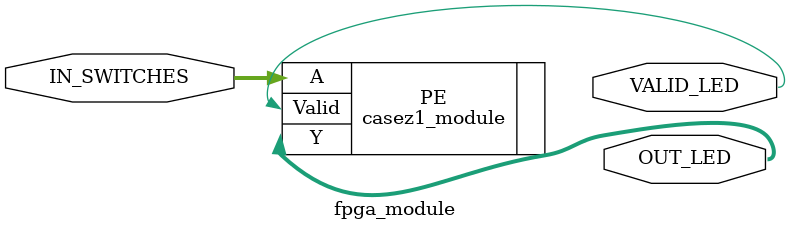
<source format=v>
`timescale 1ns / 1ps


module fpga_module(
        input  wire [7:0] IN_SWITCHES,
        output wire [2:0] OUT_LED,
        output wire VALID_LED
    );

    casez1_module PE (
            .A              (IN_SWITCHES),
            .Y              (OUT_LED),
            .Valid          (VALID_LED)
        );
endmodule
</source>
